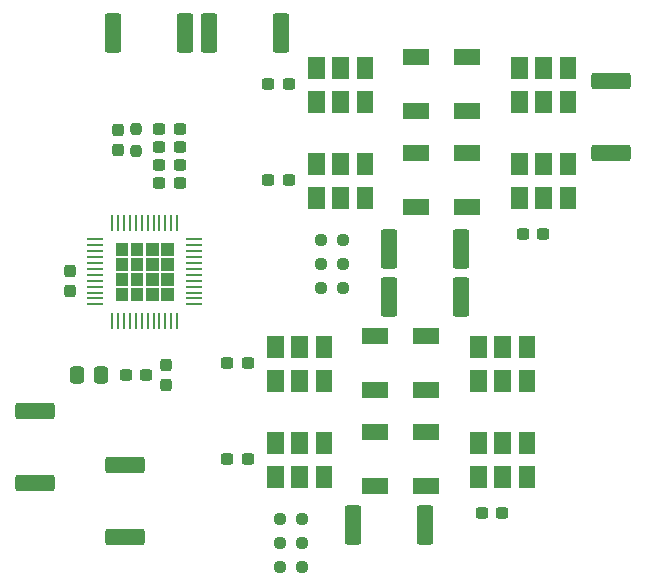
<source format=gtp>
%TF.GenerationSoftware,KiCad,Pcbnew,8.0.7*%
%TF.CreationDate,2025-02-15T17:42:46+02:00*%
%TF.ProjectId,stepper-motor-controller,73746570-7065-4722-9d6d-6f746f722d63,rev?*%
%TF.SameCoordinates,Original*%
%TF.FileFunction,Paste,Top*%
%TF.FilePolarity,Positive*%
%FSLAX46Y46*%
G04 Gerber Fmt 4.6, Leading zero omitted, Abs format (unit mm)*
G04 Created by KiCad (PCBNEW 8.0.7) date 2025-02-15 17:42:46*
%MOMM*%
%LPD*%
G01*
G04 APERTURE LIST*
G04 Aperture macros list*
%AMRoundRect*
0 Rectangle with rounded corners*
0 $1 Rounding radius*
0 $2 $3 $4 $5 $6 $7 $8 $9 X,Y pos of 4 corners*
0 Add a 4 corners polygon primitive as box body*
4,1,4,$2,$3,$4,$5,$6,$7,$8,$9,$2,$3,0*
0 Add four circle primitives for the rounded corners*
1,1,$1+$1,$2,$3*
1,1,$1+$1,$4,$5*
1,1,$1+$1,$6,$7*
1,1,$1+$1,$8,$9*
0 Add four rect primitives between the rounded corners*
20,1,$1+$1,$2,$3,$4,$5,0*
20,1,$1+$1,$4,$5,$6,$7,0*
20,1,$1+$1,$6,$7,$8,$9,0*
20,1,$1+$1,$8,$9,$2,$3,0*%
G04 Aperture macros list end*
%ADD10C,0.010000*%
%ADD11C,0.000000*%
%ADD12RoundRect,0.249999X0.450001X1.425001X-0.450001X1.425001X-0.450001X-1.425001X0.450001X-1.425001X0*%
%ADD13RoundRect,0.249999X1.425001X-0.450001X1.425001X0.450001X-1.425001X0.450001X-1.425001X-0.450001X0*%
%ADD14RoundRect,0.249999X-1.425001X0.450001X-1.425001X-0.450001X1.425001X-0.450001X1.425001X0.450001X0*%
%ADD15RoundRect,0.249999X-0.450001X-1.425001X0.450001X-1.425001X0.450001X1.425001X-0.450001X1.425001X0*%
%ADD16RoundRect,0.250000X-0.337500X-0.475000X0.337500X-0.475000X0.337500X0.475000X-0.337500X0.475000X0*%
%ADD17R,2.290000X1.400000*%
%ADD18RoundRect,0.237500X-0.250000X-0.237500X0.250000X-0.237500X0.250000X0.237500X-0.250000X0.237500X0*%
%ADD19R,1.346200X0.279400*%
%ADD20R,0.279400X1.346200*%
%ADD21RoundRect,0.237500X-0.237500X0.250000X-0.237500X-0.250000X0.237500X-0.250000X0.237500X0.250000X0*%
%ADD22RoundRect,0.237500X-0.237500X0.300000X-0.237500X-0.300000X0.237500X-0.300000X0.237500X0.300000X0*%
%ADD23RoundRect,0.237500X-0.300000X-0.237500X0.300000X-0.237500X0.300000X0.237500X-0.300000X0.237500X0*%
%ADD24RoundRect,0.237500X0.300000X0.237500X-0.300000X0.237500X-0.300000X-0.237500X0.300000X-0.237500X0*%
G04 APERTURE END LIST*
D10*
%TO.C,U6*%
X157527000Y-74639000D02*
X156197000Y-74639000D01*
X156197000Y-72879000D01*
X157527000Y-72879000D01*
X157527000Y-74639000D01*
G36*
X157527000Y-74639000D02*
G01*
X156197000Y-74639000D01*
X156197000Y-72879000D01*
X157527000Y-72879000D01*
X157527000Y-74639000D01*
G37*
X157527000Y-77489000D02*
X156197000Y-77489000D01*
X156197000Y-75729000D01*
X157527000Y-75729000D01*
X157527000Y-77489000D01*
G36*
X157527000Y-77489000D02*
G01*
X156197000Y-77489000D01*
X156197000Y-75729000D01*
X157527000Y-75729000D01*
X157527000Y-77489000D01*
G37*
X159587000Y-74639000D02*
X158257000Y-74639000D01*
X158257000Y-72879000D01*
X159587000Y-72879000D01*
X159587000Y-74639000D01*
G36*
X159587000Y-74639000D02*
G01*
X158257000Y-74639000D01*
X158257000Y-72879000D01*
X159587000Y-72879000D01*
X159587000Y-74639000D01*
G37*
X159587000Y-77489000D02*
X158257000Y-77489000D01*
X158257000Y-75729000D01*
X159587000Y-75729000D01*
X159587000Y-77489000D01*
G36*
X159587000Y-77489000D02*
G01*
X158257000Y-77489000D01*
X158257000Y-75729000D01*
X159587000Y-75729000D01*
X159587000Y-77489000D01*
G37*
X161647000Y-74639000D02*
X160317000Y-74639000D01*
X160317000Y-72879000D01*
X161647000Y-72879000D01*
X161647000Y-74639000D01*
G36*
X161647000Y-74639000D02*
G01*
X160317000Y-74639000D01*
X160317000Y-72879000D01*
X161647000Y-72879000D01*
X161647000Y-74639000D01*
G37*
X161647000Y-77489000D02*
X160317000Y-77489000D01*
X160317000Y-75729000D01*
X161647000Y-75729000D01*
X161647000Y-77489000D01*
G36*
X161647000Y-77489000D02*
G01*
X160317000Y-77489000D01*
X160317000Y-75729000D01*
X161647000Y-75729000D01*
X161647000Y-77489000D01*
G37*
D11*
%TO.C,U5*%
G36*
X131101700Y-69891700D02*
G01*
X130025350Y-69891700D01*
X130025350Y-68815350D01*
X131101700Y-68815350D01*
X131101700Y-69891700D01*
G37*
G36*
X131101700Y-68615350D02*
G01*
X130025350Y-68615350D01*
X130025350Y-67539000D01*
X131101700Y-67539000D01*
X131101700Y-68615350D01*
G37*
G36*
X131101700Y-67339000D02*
G01*
X130025350Y-67339000D01*
X130025350Y-66262650D01*
X131101700Y-66262650D01*
X131101700Y-67339000D01*
G37*
G36*
X131101700Y-66062650D02*
G01*
X130025350Y-66062650D01*
X130025350Y-64986300D01*
X131101700Y-64986300D01*
X131101700Y-66062650D01*
G37*
G36*
X129825350Y-69891700D02*
G01*
X128749000Y-69891700D01*
X128749000Y-68815350D01*
X129825350Y-68815350D01*
X129825350Y-69891700D01*
G37*
G36*
X129825350Y-68615350D02*
G01*
X128749000Y-68615350D01*
X128749000Y-67539000D01*
X129825350Y-67539000D01*
X129825350Y-68615350D01*
G37*
G36*
X129825350Y-67339000D02*
G01*
X128749000Y-67339000D01*
X128749000Y-66262650D01*
X129825350Y-66262650D01*
X129825350Y-67339000D01*
G37*
G36*
X129825350Y-66062650D02*
G01*
X128749000Y-66062650D01*
X128749000Y-64986300D01*
X129825350Y-64986300D01*
X129825350Y-66062650D01*
G37*
G36*
X128549000Y-69891700D02*
G01*
X127472650Y-69891700D01*
X127472650Y-68815350D01*
X128549000Y-68815350D01*
X128549000Y-69891700D01*
G37*
G36*
X128549000Y-68615350D02*
G01*
X127472650Y-68615350D01*
X127472650Y-67539000D01*
X128549000Y-67539000D01*
X128549000Y-68615350D01*
G37*
G36*
X128549000Y-67339000D02*
G01*
X127472650Y-67339000D01*
X127472650Y-66262650D01*
X128549000Y-66262650D01*
X128549000Y-67339000D01*
G37*
G36*
X128549000Y-66062650D02*
G01*
X127472650Y-66062650D01*
X127472650Y-64986300D01*
X128549000Y-64986300D01*
X128549000Y-66062650D01*
G37*
G36*
X127272650Y-69891700D02*
G01*
X126196300Y-69891700D01*
X126196300Y-68815350D01*
X127272650Y-68815350D01*
X127272650Y-69891700D01*
G37*
G36*
X127272650Y-68615350D02*
G01*
X126196300Y-68615350D01*
X126196300Y-67539000D01*
X127272650Y-67539000D01*
X127272650Y-68615350D01*
G37*
G36*
X127272650Y-67339000D02*
G01*
X126196300Y-67339000D01*
X126196300Y-66262650D01*
X127272650Y-66262650D01*
X127272650Y-67339000D01*
G37*
G36*
X127272650Y-66062650D02*
G01*
X126196300Y-66062650D01*
X126196300Y-64986300D01*
X127272650Y-64986300D01*
X127272650Y-66062650D01*
G37*
D10*
%TO.C,U8*%
X157527000Y-82767000D02*
X156197000Y-82767000D01*
X156197000Y-81007000D01*
X157527000Y-81007000D01*
X157527000Y-82767000D01*
G36*
X157527000Y-82767000D02*
G01*
X156197000Y-82767000D01*
X156197000Y-81007000D01*
X157527000Y-81007000D01*
X157527000Y-82767000D01*
G37*
X157527000Y-85617000D02*
X156197000Y-85617000D01*
X156197000Y-83857000D01*
X157527000Y-83857000D01*
X157527000Y-85617000D01*
G36*
X157527000Y-85617000D02*
G01*
X156197000Y-85617000D01*
X156197000Y-83857000D01*
X157527000Y-83857000D01*
X157527000Y-85617000D01*
G37*
X159587000Y-82767000D02*
X158257000Y-82767000D01*
X158257000Y-81007000D01*
X159587000Y-81007000D01*
X159587000Y-82767000D01*
G36*
X159587000Y-82767000D02*
G01*
X158257000Y-82767000D01*
X158257000Y-81007000D01*
X159587000Y-81007000D01*
X159587000Y-82767000D01*
G37*
X159587000Y-85617000D02*
X158257000Y-85617000D01*
X158257000Y-83857000D01*
X159587000Y-83857000D01*
X159587000Y-85617000D01*
G36*
X159587000Y-85617000D02*
G01*
X158257000Y-85617000D01*
X158257000Y-83857000D01*
X159587000Y-83857000D01*
X159587000Y-85617000D01*
G37*
X161647000Y-82767000D02*
X160317000Y-82767000D01*
X160317000Y-81007000D01*
X161647000Y-81007000D01*
X161647000Y-82767000D01*
G36*
X161647000Y-82767000D02*
G01*
X160317000Y-82767000D01*
X160317000Y-81007000D01*
X161647000Y-81007000D01*
X161647000Y-82767000D01*
G37*
X161647000Y-85617000D02*
X160317000Y-85617000D01*
X160317000Y-83857000D01*
X161647000Y-83857000D01*
X161647000Y-85617000D01*
G36*
X161647000Y-85617000D02*
G01*
X160317000Y-85617000D01*
X160317000Y-83857000D01*
X161647000Y-83857000D01*
X161647000Y-85617000D01*
G37*
%TO.C,U7*%
X140337000Y-74639000D02*
X139007000Y-74639000D01*
X139007000Y-72879000D01*
X140337000Y-72879000D01*
X140337000Y-74639000D01*
G36*
X140337000Y-74639000D02*
G01*
X139007000Y-74639000D01*
X139007000Y-72879000D01*
X140337000Y-72879000D01*
X140337000Y-74639000D01*
G37*
X140337000Y-77489000D02*
X139007000Y-77489000D01*
X139007000Y-75729000D01*
X140337000Y-75729000D01*
X140337000Y-77489000D01*
G36*
X140337000Y-77489000D02*
G01*
X139007000Y-77489000D01*
X139007000Y-75729000D01*
X140337000Y-75729000D01*
X140337000Y-77489000D01*
G37*
X142397000Y-74639000D02*
X141067000Y-74639000D01*
X141067000Y-72879000D01*
X142397000Y-72879000D01*
X142397000Y-74639000D01*
G36*
X142397000Y-74639000D02*
G01*
X141067000Y-74639000D01*
X141067000Y-72879000D01*
X142397000Y-72879000D01*
X142397000Y-74639000D01*
G37*
X142397000Y-77489000D02*
X141067000Y-77489000D01*
X141067000Y-75729000D01*
X142397000Y-75729000D01*
X142397000Y-77489000D01*
G36*
X142397000Y-77489000D02*
G01*
X141067000Y-77489000D01*
X141067000Y-75729000D01*
X142397000Y-75729000D01*
X142397000Y-77489000D01*
G37*
X144457000Y-74639000D02*
X143127000Y-74639000D01*
X143127000Y-72879000D01*
X144457000Y-72879000D01*
X144457000Y-74639000D01*
G36*
X144457000Y-74639000D02*
G01*
X143127000Y-74639000D01*
X143127000Y-72879000D01*
X144457000Y-72879000D01*
X144457000Y-74639000D01*
G37*
X144457000Y-77489000D02*
X143127000Y-77489000D01*
X143127000Y-75729000D01*
X144457000Y-75729000D01*
X144457000Y-77489000D01*
G36*
X144457000Y-77489000D02*
G01*
X143127000Y-77489000D01*
X143127000Y-75729000D01*
X144457000Y-75729000D01*
X144457000Y-77489000D01*
G37*
%TO.C,U9*%
X140337000Y-82767000D02*
X139007000Y-82767000D01*
X139007000Y-81007000D01*
X140337000Y-81007000D01*
X140337000Y-82767000D01*
G36*
X140337000Y-82767000D02*
G01*
X139007000Y-82767000D01*
X139007000Y-81007000D01*
X140337000Y-81007000D01*
X140337000Y-82767000D01*
G37*
X140337000Y-85617000D02*
X139007000Y-85617000D01*
X139007000Y-83857000D01*
X140337000Y-83857000D01*
X140337000Y-85617000D01*
G36*
X140337000Y-85617000D02*
G01*
X139007000Y-85617000D01*
X139007000Y-83857000D01*
X140337000Y-83857000D01*
X140337000Y-85617000D01*
G37*
X142397000Y-82767000D02*
X141067000Y-82767000D01*
X141067000Y-81007000D01*
X142397000Y-81007000D01*
X142397000Y-82767000D01*
G36*
X142397000Y-82767000D02*
G01*
X141067000Y-82767000D01*
X141067000Y-81007000D01*
X142397000Y-81007000D01*
X142397000Y-82767000D01*
G37*
X142397000Y-85617000D02*
X141067000Y-85617000D01*
X141067000Y-83857000D01*
X142397000Y-83857000D01*
X142397000Y-85617000D01*
G36*
X142397000Y-85617000D02*
G01*
X141067000Y-85617000D01*
X141067000Y-83857000D01*
X142397000Y-83857000D01*
X142397000Y-85617000D01*
G37*
X144457000Y-82767000D02*
X143127000Y-82767000D01*
X143127000Y-81007000D01*
X144457000Y-81007000D01*
X144457000Y-82767000D01*
G36*
X144457000Y-82767000D02*
G01*
X143127000Y-82767000D01*
X143127000Y-81007000D01*
X144457000Y-81007000D01*
X144457000Y-82767000D01*
G37*
X144457000Y-85617000D02*
X143127000Y-85617000D01*
X143127000Y-83857000D01*
X144457000Y-83857000D01*
X144457000Y-85617000D01*
G36*
X144457000Y-85617000D02*
G01*
X143127000Y-85617000D01*
X143127000Y-83857000D01*
X144457000Y-83857000D01*
X144457000Y-85617000D01*
G37*
%TO.C,U3*%
X160996000Y-59145999D02*
X159666000Y-59145999D01*
X159666000Y-57385999D01*
X160996000Y-57385999D01*
X160996000Y-59145999D01*
G36*
X160996000Y-59145999D02*
G01*
X159666000Y-59145999D01*
X159666000Y-57385999D01*
X160996000Y-57385999D01*
X160996000Y-59145999D01*
G37*
X160996000Y-61995999D02*
X159666000Y-61995999D01*
X159666000Y-60235999D01*
X160996000Y-60235999D01*
X160996000Y-61995999D01*
G36*
X160996000Y-61995999D02*
G01*
X159666000Y-61995999D01*
X159666000Y-60235999D01*
X160996000Y-60235999D01*
X160996000Y-61995999D01*
G37*
X163056000Y-59145999D02*
X161726000Y-59145999D01*
X161726000Y-57385999D01*
X163056000Y-57385999D01*
X163056000Y-59145999D01*
G36*
X163056000Y-59145999D02*
G01*
X161726000Y-59145999D01*
X161726000Y-57385999D01*
X163056000Y-57385999D01*
X163056000Y-59145999D01*
G37*
X163056000Y-61995999D02*
X161726000Y-61995999D01*
X161726000Y-60235999D01*
X163056000Y-60235999D01*
X163056000Y-61995999D01*
G36*
X163056000Y-61995999D02*
G01*
X161726000Y-61995999D01*
X161726000Y-60235999D01*
X163056000Y-60235999D01*
X163056000Y-61995999D01*
G37*
X165116000Y-59145999D02*
X163786000Y-59145999D01*
X163786000Y-57385999D01*
X165116000Y-57385999D01*
X165116000Y-59145999D01*
G36*
X165116000Y-59145999D02*
G01*
X163786000Y-59145999D01*
X163786000Y-57385999D01*
X165116000Y-57385999D01*
X165116000Y-59145999D01*
G37*
X165116000Y-61995999D02*
X163786000Y-61995999D01*
X163786000Y-60235999D01*
X165116000Y-60235999D01*
X165116000Y-61995999D01*
G36*
X165116000Y-61995999D02*
G01*
X163786000Y-61995999D01*
X163786000Y-60235999D01*
X165116000Y-60235999D01*
X165116000Y-61995999D01*
G37*
%TO.C,U1*%
X160996000Y-51018000D02*
X159666000Y-51018000D01*
X159666000Y-49258000D01*
X160996000Y-49258000D01*
X160996000Y-51018000D01*
G36*
X160996000Y-51018000D02*
G01*
X159666000Y-51018000D01*
X159666000Y-49258000D01*
X160996000Y-49258000D01*
X160996000Y-51018000D01*
G37*
X160996000Y-53868000D02*
X159666000Y-53868000D01*
X159666000Y-52108000D01*
X160996000Y-52108000D01*
X160996000Y-53868000D01*
G36*
X160996000Y-53868000D02*
G01*
X159666000Y-53868000D01*
X159666000Y-52108000D01*
X160996000Y-52108000D01*
X160996000Y-53868000D01*
G37*
X163056000Y-51018000D02*
X161726000Y-51018000D01*
X161726000Y-49258000D01*
X163056000Y-49258000D01*
X163056000Y-51018000D01*
G36*
X163056000Y-51018000D02*
G01*
X161726000Y-51018000D01*
X161726000Y-49258000D01*
X163056000Y-49258000D01*
X163056000Y-51018000D01*
G37*
X163056000Y-53868000D02*
X161726000Y-53868000D01*
X161726000Y-52108000D01*
X163056000Y-52108000D01*
X163056000Y-53868000D01*
G36*
X163056000Y-53868000D02*
G01*
X161726000Y-53868000D01*
X161726000Y-52108000D01*
X163056000Y-52108000D01*
X163056000Y-53868000D01*
G37*
X165116000Y-51018000D02*
X163786000Y-51018000D01*
X163786000Y-49258000D01*
X165116000Y-49258000D01*
X165116000Y-51018000D01*
G36*
X165116000Y-51018000D02*
G01*
X163786000Y-51018000D01*
X163786000Y-49258000D01*
X165116000Y-49258000D01*
X165116000Y-51018000D01*
G37*
X165116000Y-53868000D02*
X163786000Y-53868000D01*
X163786000Y-52108000D01*
X165116000Y-52108000D01*
X165116000Y-53868000D01*
G36*
X165116000Y-53868000D02*
G01*
X163786000Y-53868000D01*
X163786000Y-52108000D01*
X165116000Y-52108000D01*
X165116000Y-53868000D01*
G37*
%TO.C,U4*%
X143806000Y-59146000D02*
X142476000Y-59146000D01*
X142476000Y-57386000D01*
X143806000Y-57386000D01*
X143806000Y-59146000D01*
G36*
X143806000Y-59146000D02*
G01*
X142476000Y-59146000D01*
X142476000Y-57386000D01*
X143806000Y-57386000D01*
X143806000Y-59146000D01*
G37*
X143806000Y-61996000D02*
X142476000Y-61996000D01*
X142476000Y-60236000D01*
X143806000Y-60236000D01*
X143806000Y-61996000D01*
G36*
X143806000Y-61996000D02*
G01*
X142476000Y-61996000D01*
X142476000Y-60236000D01*
X143806000Y-60236000D01*
X143806000Y-61996000D01*
G37*
X145866000Y-59146000D02*
X144536000Y-59146000D01*
X144536000Y-57386000D01*
X145866000Y-57386000D01*
X145866000Y-59146000D01*
G36*
X145866000Y-59146000D02*
G01*
X144536000Y-59146000D01*
X144536000Y-57386000D01*
X145866000Y-57386000D01*
X145866000Y-59146000D01*
G37*
X145866000Y-61996000D02*
X144536000Y-61996000D01*
X144536000Y-60236000D01*
X145866000Y-60236000D01*
X145866000Y-61996000D01*
G36*
X145866000Y-61996000D02*
G01*
X144536000Y-61996000D01*
X144536000Y-60236000D01*
X145866000Y-60236000D01*
X145866000Y-61996000D01*
G37*
X147926000Y-59146000D02*
X146596000Y-59146000D01*
X146596000Y-57386000D01*
X147926000Y-57386000D01*
X147926000Y-59146000D01*
G36*
X147926000Y-59146000D02*
G01*
X146596000Y-59146000D01*
X146596000Y-57386000D01*
X147926000Y-57386000D01*
X147926000Y-59146000D01*
G37*
X147926000Y-61996000D02*
X146596000Y-61996000D01*
X146596000Y-60236000D01*
X147926000Y-60236000D01*
X147926000Y-61996000D01*
G36*
X147926000Y-61996000D02*
G01*
X146596000Y-61996000D01*
X146596000Y-60236000D01*
X147926000Y-60236000D01*
X147926000Y-61996000D01*
G37*
%TO.C,U2*%
X143806000Y-51018000D02*
X142476000Y-51018000D01*
X142476000Y-49258000D01*
X143806000Y-49258000D01*
X143806000Y-51018000D01*
G36*
X143806000Y-51018000D02*
G01*
X142476000Y-51018000D01*
X142476000Y-49258000D01*
X143806000Y-49258000D01*
X143806000Y-51018000D01*
G37*
X143806000Y-53868000D02*
X142476000Y-53868000D01*
X142476000Y-52108000D01*
X143806000Y-52108000D01*
X143806000Y-53868000D01*
G36*
X143806000Y-53868000D02*
G01*
X142476000Y-53868000D01*
X142476000Y-52108000D01*
X143806000Y-52108000D01*
X143806000Y-53868000D01*
G37*
X145866000Y-51018000D02*
X144536000Y-51018000D01*
X144536000Y-49258000D01*
X145866000Y-49258000D01*
X145866000Y-51018000D01*
G36*
X145866000Y-51018000D02*
G01*
X144536000Y-51018000D01*
X144536000Y-49258000D01*
X145866000Y-49258000D01*
X145866000Y-51018000D01*
G37*
X145866000Y-53868000D02*
X144536000Y-53868000D01*
X144536000Y-52108000D01*
X145866000Y-52108000D01*
X145866000Y-53868000D01*
G36*
X145866000Y-53868000D02*
G01*
X144536000Y-53868000D01*
X144536000Y-52108000D01*
X145866000Y-52108000D01*
X145866000Y-53868000D01*
G37*
X147926000Y-51018000D02*
X146596000Y-51018000D01*
X146596000Y-49258000D01*
X147926000Y-49258000D01*
X147926000Y-51018000D01*
G36*
X147926000Y-51018000D02*
G01*
X146596000Y-51018000D01*
X146596000Y-49258000D01*
X147926000Y-49258000D01*
X147926000Y-51018000D01*
G37*
X147926000Y-53868000D02*
X146596000Y-53868000D01*
X146596000Y-52108000D01*
X147926000Y-52108000D01*
X147926000Y-53868000D01*
G36*
X147926000Y-53868000D02*
G01*
X146596000Y-53868000D01*
X146596000Y-52108000D01*
X147926000Y-52108000D01*
X147926000Y-53868000D01*
G37*
%TD*%
D12*
%TO.C,R15*%
X152402000Y-88900000D03*
X146302000Y-88900000D03*
%TD*%
D13*
%TO.C,R14*%
X127000000Y-89918000D03*
X127000000Y-83818000D03*
%TD*%
D14*
%TO.C,R10*%
X119380000Y-79248000D03*
X119380000Y-85348000D03*
%TD*%
D15*
%TO.C,R9*%
X149350000Y-69596000D03*
X155450000Y-69596000D03*
%TD*%
D12*
%TO.C,R8*%
X149348000Y-65532000D03*
X155448000Y-65532000D03*
%TD*%
D14*
%TO.C,R7*%
X168148000Y-57404000D03*
X168148000Y-51304000D03*
%TD*%
D15*
%TO.C,R2*%
X125984000Y-47244000D03*
X132084000Y-47244000D03*
%TD*%
%TO.C,R1*%
X134112000Y-47244000D03*
X140212000Y-47244000D03*
%TD*%
D16*
%TO.C,C2*%
X122893000Y-76200000D03*
X124968000Y-76200000D03*
%TD*%
D17*
%TO.C,U6*%
X152487000Y-72899000D03*
X152487000Y-77469000D03*
%TD*%
D18*
%TO.C,R13*%
X140120000Y-90424000D03*
X141945000Y-90424000D03*
%TD*%
D19*
%TO.C,U5*%
X132827300Y-64689000D03*
X132827300Y-65188999D03*
X132827300Y-65689001D03*
X132827300Y-66189000D03*
X132827300Y-66688999D03*
X132827300Y-67189000D03*
X132827300Y-67689000D03*
X132827300Y-68189001D03*
X132827300Y-68689000D03*
X132827300Y-69188999D03*
X132827300Y-69689001D03*
X132827300Y-70189000D03*
D20*
X131399000Y-71617300D03*
X130899001Y-71617300D03*
X130398999Y-71617300D03*
X129899000Y-71617300D03*
X129399001Y-71617300D03*
X128899000Y-71617300D03*
X128399000Y-71617300D03*
X127898999Y-71617300D03*
X127399000Y-71617300D03*
X126899001Y-71617300D03*
X126398999Y-71617300D03*
X125899000Y-71617300D03*
D19*
X124470700Y-70189000D03*
X124470700Y-69689001D03*
X124470700Y-69188999D03*
X124470700Y-68689000D03*
X124470700Y-68189001D03*
X124470700Y-67689000D03*
X124470700Y-67189000D03*
X124470700Y-66688999D03*
X124470700Y-66189000D03*
X124470700Y-65689001D03*
X124470700Y-65188999D03*
X124470700Y-64689000D03*
D20*
X125899000Y-63260700D03*
X126398999Y-63260700D03*
X126899001Y-63260700D03*
X127399000Y-63260700D03*
X127898999Y-63260700D03*
X128399000Y-63260700D03*
X128899000Y-63260700D03*
X129399001Y-63260700D03*
X129899000Y-63260700D03*
X130398999Y-63260700D03*
X130899001Y-63260700D03*
X131399000Y-63260700D03*
%TD*%
D17*
%TO.C,U8*%
X152487000Y-81027000D03*
X152487000Y-85597000D03*
%TD*%
D21*
%TO.C,R3*%
X127931000Y-55361300D03*
X127931000Y-57186300D03*
%TD*%
D18*
%TO.C,R12*%
X140120000Y-92456000D03*
X141945000Y-92456000D03*
%TD*%
D22*
%TO.C,C10*%
X122343000Y-67352300D03*
X122343000Y-69077300D03*
%TD*%
D23*
%TO.C,C11*%
X127068500Y-76189300D03*
X128793500Y-76189300D03*
%TD*%
%TO.C,C14*%
X157197000Y-87884000D03*
X158922000Y-87884000D03*
%TD*%
D24*
%TO.C,C9*%
X131624000Y-59933300D03*
X129899000Y-59933300D03*
%TD*%
%TO.C,C15*%
X137373000Y-83312000D03*
X135648000Y-83312000D03*
%TD*%
D22*
%TO.C,C6*%
X126407000Y-57136300D03*
X126407000Y-55411300D03*
%TD*%
D17*
%TO.C,U7*%
X148167000Y-77469000D03*
X148167000Y-72899000D03*
%TD*%
D23*
%TO.C,C13*%
X135648000Y-75184000D03*
X137373000Y-75184000D03*
%TD*%
D22*
%TO.C,C7*%
X130471000Y-75326800D03*
X130471000Y-77051800D03*
%TD*%
D17*
%TO.C,U9*%
X148167000Y-85597000D03*
X148167000Y-81027000D03*
%TD*%
D24*
%TO.C,C5*%
X131624000Y-55361300D03*
X129899000Y-55361300D03*
%TD*%
%TO.C,C4*%
X131624000Y-56885300D03*
X129899000Y-56885300D03*
%TD*%
D18*
%TO.C,R11*%
X140120000Y-88392000D03*
X141945000Y-88392000D03*
%TD*%
D24*
%TO.C,C1*%
X131624000Y-58409300D03*
X129899000Y-58409300D03*
%TD*%
D17*
%TO.C,U3*%
X155956000Y-57405999D03*
X155956000Y-61975999D03*
%TD*%
D18*
%TO.C,R4*%
X143589001Y-64771000D03*
X145414001Y-64771000D03*
%TD*%
D23*
%TO.C,C8*%
X160666000Y-64262999D03*
X162391000Y-64262999D03*
%TD*%
%TO.C,C3*%
X139117000Y-51563000D03*
X140842000Y-51563000D03*
%TD*%
D24*
%TO.C,C12*%
X140842001Y-59691000D03*
X139117001Y-59691000D03*
%TD*%
D18*
%TO.C,R6*%
X143589001Y-66803000D03*
X145414001Y-66803000D03*
%TD*%
D17*
%TO.C,U1*%
X155956000Y-49278000D03*
X155956000Y-53848000D03*
%TD*%
%TO.C,U4*%
X151636000Y-61976000D03*
X151636000Y-57406000D03*
%TD*%
D18*
%TO.C,R5*%
X143589001Y-68835000D03*
X145414001Y-68835000D03*
%TD*%
D17*
%TO.C,U2*%
X151636000Y-53848000D03*
X151636000Y-49278000D03*
%TD*%
M02*

</source>
